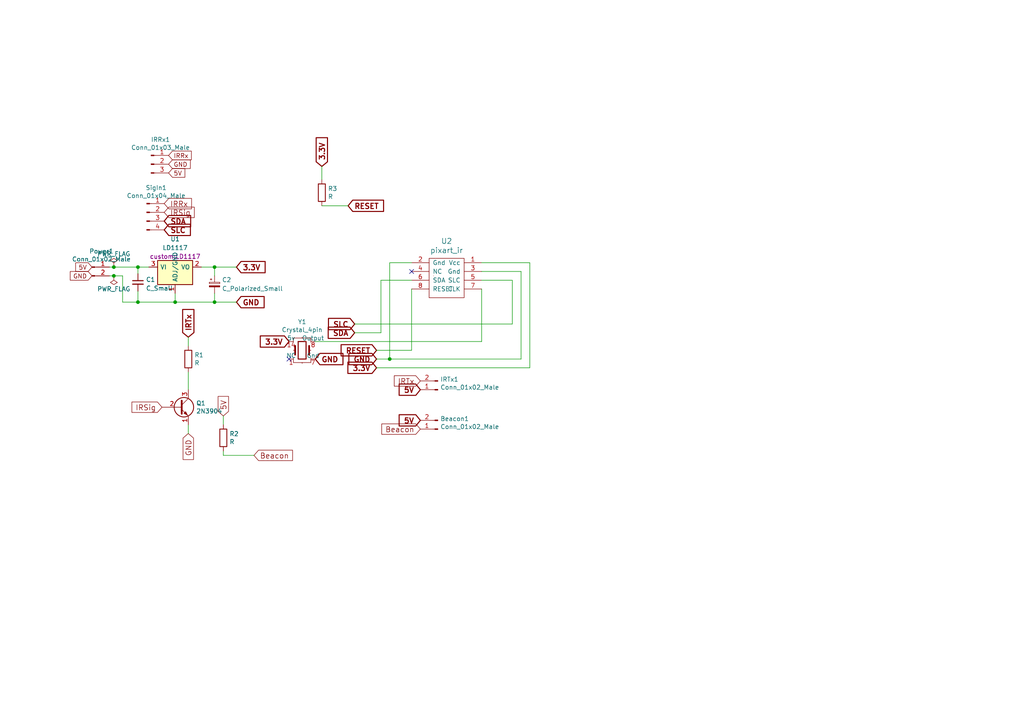
<source format=kicad_sch>
(kicad_sch (version 20211123) (generator eeschema)
  (paper "A4")
  (lib_symbols
    (symbol "Device:C_Polarized_Small" (pin_numbers hide) (pin_names (offset 0.254) hide)
      (property "Reference" "C" (at 0.254 1.778 0))
      (property "Value" "C_Polarized_Small" (at 0.254 -2.032 0))
      (symbol "C_Polarized_Small_0_1"
        (rectangle (start -1.524 -0.3048) (end 1.524 -0.6858) (fill (type outline)))
        (rectangle (start -1.524 0.6858) (end 1.524 0.3048))
        (polyline (pts (xy -1.27 1.524) (xy -0.762 1.524)))
        (polyline (pts (xy -1.016 1.27) (xy -1.016 1.778)))
      )
      (symbol "C_Polarized_Small_1_1"
        (pin passive line (at 0 2.54 270) (length 1.8542) (name "~") (number "1"))
        (pin passive line (at 0 -2.54 90) (length 1.8542) (name "~") (number "2"))
      )
    )
    (symbol "Device:C_Small" (pin_numbers hide) (pin_names (offset 0.254) hide)
      (property "Reference" "C" (at 0.254 1.778 0))
      (property "Value" "C_Small" (at 0.254 -2.032 0))
      (symbol "C_Small_0_1"
        (polyline (pts (xy -1.524 -0.508) (xy 1.524 -0.508)) (stroke (width 0.3302)))
        (polyline (pts (xy -1.524 0.508) (xy 1.524 0.508)) (stroke (width 0.3048)))
      )
      (symbol "C_Small_1_1"
        (pin passive line (at 0 2.54 270) (length 2.032) (name "~") (number "1"))
        (pin passive line (at 0 -2.54 90) (length 2.032) (name "~") (number "2"))
      )
    )
    (symbol "custom:2N3904" (pin_names (offset 0) hide)
      (property "Reference" "Q" (at 5.08 1.905 0))
      (property "Value" "2N3904" (at 5.08 0 0))
      (symbol "2N3904_0_1"
        (polyline (pts (xy 0.635 0.635) (xy 2.54 2.54)))
        (polyline (pts (xy 0.635 -0.635) (xy 2.54 -2.54) (xy 2.54 -2.54)))
        (polyline (pts (xy 0.635 1.905) (xy 0.635 -1.905) (xy 0.635 -1.905)) (stroke (width 0.508)))
        (polyline (pts (xy 1.27 -1.778) (xy 1.778 -1.27) (xy 2.286 -2.286) (xy 1.27 -1.778) (xy 1.27 -1.778)) (fill (type outline)))
        (circle (center 1.27 0) (radius 2.8194) (stroke (width 0.254)))
      )
      (symbol "2N3904_1_1"
        (pin passive line (at 2.54 -5.08 90) (length 2.54) (name "E") (number "1"))
        (pin passive line (at -5.08 0 0) (length 5.715) (name "B") (number "2"))
        (pin passive line (at 2.54 5.08 270) (length 2.54) (name "C") (number "3"))
      )
    )
    (symbol "custom:Conn_01x02_Male" (pin_names (offset 1.016) hide)
      (property "Reference" "J" (at 0 2.54 0))
      (property "Value" "Conn_01x02_Male" (at 0 -5.08 0))
      (symbol "Conn_01x02_Male_1_1"
        (polyline (pts (xy 1.27 -2.54) (xy 0.8636 -2.54)) (stroke (width 0.1524)))
        (polyline (pts (xy 1.27 0) (xy 0.8636 0)) (stroke (width 0.1524)))
        (rectangle (start 0.8636 -2.413) (end 0 -2.667) (stroke (width 0.1524)) (fill (type outline)))
        (rectangle (start 0.8636 0.127) (end 0 -0.127) (stroke (width 0.1524)) (fill (type outline)))
        (pin passive line (at 5.08 0 180) (length 3.81) (name "Pin_1") (number "1"))
        (pin passive line (at 5.08 -2.54 180) (length 3.81) (name "Pin_2") (number "2"))
      )
    )
    (symbol "custom:Conn_01x03_Male" (pin_names (offset 1.016) hide)
      (property "Reference" "J" (at 0 5.08 0))
      (property "Value" "Conn_01x03_Male" (at 0 -5.08 0))
      (symbol "Conn_01x03_Male_1_1"
        (polyline (pts (xy 1.27 -2.54) (xy 0.8636 -2.54)) (stroke (width 0.1524)))
        (polyline (pts (xy 1.27 0) (xy 0.8636 0)) (stroke (width 0.1524)))
        (polyline (pts (xy 1.27 2.54) (xy 0.8636 2.54)) (stroke (width 0.1524)))
        (rectangle (start 0.8636 -2.413) (end 0 -2.667) (stroke (width 0.1524)) (fill (type outline)))
        (rectangle (start 0.8636 0.127) (end 0 -0.127) (stroke (width 0.1524)) (fill (type outline)))
        (rectangle (start 0.8636 2.667) (end 0 2.413) (stroke (width 0.1524)) (fill (type outline)))
        (pin passive line (at 5.08 2.54 180) (length 3.81) (name "Pin_1") (number "1"))
        (pin passive line (at 5.08 0 180) (length 3.81) (name "Pin_2") (number "2"))
        (pin passive line (at 5.08 -2.54 180) (length 3.81) (name "Pin_3") (number "3"))
      )
    )
    (symbol "custom:Conn_01x04_Male" (pin_names (offset 1.016) hide)
      (property "Reference" "J" (at 0 5.08 0))
      (property "Value" "Conn_01x04_Male" (at 0 -7.62 0))
      (symbol "Conn_01x04_Male_1_1"
        (polyline (pts (xy 1.27 -5.08) (xy 0.8636 -5.08)) (stroke (width 0.1524)))
        (polyline (pts (xy 1.27 -2.54) (xy 0.8636 -2.54)) (stroke (width 0.1524)))
        (polyline (pts (xy 1.27 0) (xy 0.8636 0)) (stroke (width 0.1524)))
        (polyline (pts (xy 1.27 2.54) (xy 0.8636 2.54)) (stroke (width 0.1524)))
        (rectangle (start 0.8636 -4.953) (end 0 -5.207) (stroke (width 0.1524)) (fill (type outline)))
        (rectangle (start 0.8636 -2.413) (end 0 -2.667) (stroke (width 0.1524)) (fill (type outline)))
        (rectangle (start 0.8636 0.127) (end 0 -0.127) (stroke (width 0.1524)) (fill (type outline)))
        (rectangle (start 0.8636 2.667) (end 0 2.413) (stroke (width 0.1524)) (fill (type outline)))
        (pin passive line (at 5.08 2.54 180) (length 3.81) (name "Pin_1") (number "1"))
        (pin passive line (at 5.08 0 180) (length 3.81) (name "Pin_2") (number "2"))
        (pin passive line (at 5.08 -2.54 180) (length 3.81) (name "Pin_3") (number "3"))
        (pin passive line (at 5.08 -5.08 180) (length 3.81) (name "Pin_4") (number "4"))
      )
    )
    (symbol "custom:Crystal_4pin" (pin_names (offset 0))
      (property "Reference" "Y" (at 3.175 5.08 0))
      (property "Value" "Crystal_4pin" (at -1.27 -5.08 0))
      (symbol "Crystal_4pin_0_1"
        (rectangle (start -1.143 2.54) (end 1.143 -2.54) (stroke (width 0.3048)))
        (polyline (pts (xy -2.54 0) (xy -2.032 0)))
        (polyline (pts (xy -2.032 -1.27) (xy -2.032 1.27)) (stroke (width 0.508)))
        (polyline (pts (xy 0 -3.81) (xy 0 -3.556)))
        (polyline (pts (xy 0 3.556) (xy 0 3.81)))
        (polyline (pts (xy 2.032 -1.27) (xy 2.032 1.27)) (stroke (width 0.508)))
        (polyline (pts (xy 2.032 0) (xy 2.54 0)))
        (polyline (pts (xy -2.54 -2.286) (xy -2.54 -3.556) (xy 2.54 -3.556) (xy 2.54 -2.286)))
        (polyline (pts (xy -2.54 2.286) (xy -2.54 3.556) (xy 2.54 3.556) (xy 2.54 2.286)))
      )
      (symbol "Crystal_4pin_1_1"
        (pin passive line (at -3.81 -2.54 0) (length 1.27) (name "NC") (number "1"))
        (pin passive line (at -3.81 2.54 0) (length 1.27) (name "5v") (number "14"))
        (pin passive line (at 3.81 -2.54 180) (length 1.27) (name "Gnd") (number "7"))
        (pin passive line (at 3.81 2.54 180) (length 1.27) (name "Output") (number "8"))
      )
    )
    (symbol "custom:LD1117" (pin_names (offset 0.762))
      (property "Reference" "U" (at -3.81 3.175 0))
      (property "Value" "LD1117" (at 0 3.175 0))
      (property "Footprint" "custom:LD1117" (at 0 5.08 0))
      (symbol "LD1117_0_1"
        (rectangle (start -5.08 -5.08) (end 5.08 1.905) (stroke (width 0.254)) (fill (type background)))
      )
      (symbol "LD1117_1_1"
        (pin input line (at 0 -7.62 90) (length 2.54) (name "ADJ/GND") (number "1"))
        (pin power_out line (at 7.62 0 180) (length 2.54) (name "VO") (number "2"))
        (pin power_in line (at -7.62 0 0) (length 2.54) (name "VI") (number "3"))
      )
    )
    (symbol "custom:R" (pin_numbers hide) (pin_names (offset 0))
      (property "Reference" "R" (at 2.032 0 90))
      (property "Value" "R" (at 0 0 90))
      (symbol "R_0_1"
        (rectangle (start -1.016 -2.54) (end 1.016 2.54) (stroke (width 0.254)))
      )
      (symbol "R_1_1"
        (pin passive line (at 0 3.81 270) (length 1.27) (name "~") (number "1"))
        (pin passive line (at 0 -3.81 90) (length 1.27) (name "~") (number "2"))
      )
    )
    (symbol "custom:pixart_ir" (pin_names (offset 1.016))
      (property "Reference" "U" (at -8.89 3.81 0))
      (property "Value" "pixart_ir" (at -1.27 2.54 0))
      (symbol "pixart_ir_0_1"
        (rectangle (start -5.08 11.43) (end -5.08 11.43))
        (rectangle (start 3.81 5.08) (end -6.35 16.51))
      )
      (symbol "pixart_ir_1_1"
        (pin input line (at 8.89 15.24 180) (length 5.08) (name "Vcc") (number "1"))
        (pin input line (at -11.43 15.24 0) (length 5.08) (name "Gnd") (number "2"))
        (pin input line (at 8.89 12.7 180) (length 5.08) (name "Gnd") (number "3"))
        (pin input line (at -11.43 12.7 0) (length 5.08) (name "NC") (number "4"))
        (pin input line (at 8.89 10.16 180) (length 5.08) (name "SLC") (number "5"))
        (pin input line (at -11.43 10.16 0) (length 5.08) (name "SDA") (number "6"))
        (pin input line (at 8.89 7.62 180) (length 5.08) (name "CLK") (number "7"))
        (pin input line (at -11.43 7.62 0) (length 5.08) (name "RESET") (number "8"))
      )
    )
    (symbol "turret_board-rescue:PWR_FLAG-power" (power) (pin_numbers hide) (pin_names (offset 0) hide)
      (property "Value" "PWR_FLAG-power" (at 0 3.81 0))
      (symbol "PWR_FLAG-power_0_0"
        (pin power_out line (at 0 0 90) (length 0) (name "pwr") (number "1"))
      )
      (symbol "PWR_FLAG-power_0_1"
        (polyline (pts (xy 0 0) (xy 0 1.27) (xy -1.016 1.905) (xy 0 2.54) (xy 1.016 1.905) (xy 0 1.27)))
      )
    )
  )
  (junction (at 40.005 87.63))
  (junction (at 33.02 77.47))
  (junction (at 62.23 77.47))
  (junction (at 113.03 104.14))
  (junction (at 62.23 87.63))
  (junction (at 33.02 80.01))
  (junction (at 50.8 87.63))
  (junction (at 40.005 77.47))
  (no_connect (at 83.82 104.14))
  (no_connect (at 119.38 78.74))
  (wire (pts (xy 40.005 77.47) (xy 43.18 77.47)))
  (wire (pts (xy 33.02 77.47) (xy 40.005 77.47)))
  (wire (pts (xy 153.67 76.2) (xy 153.67 106.68)))
  (wire (pts (xy 50.8 85.09) (xy 50.8 87.63)))
  (wire (pts (xy 119.38 83.82) (xy 119.38 101.6)))
  (wire (pts (xy 64.77 132.08) (xy 73.66 132.08)))
  (wire (pts (xy 58.42 77.47) (xy 62.23 77.47)))
  (wire (pts (xy 62.23 87.63) (xy 68.58 87.63)))
  (wire (pts (xy 110.49 81.28) (xy 110.49 96.52)))
  (wire (pts (xy 151.13 78.74) (xy 151.13 104.14)))
  (wire (pts (xy 153.67 106.68) (xy 109.22 106.68)))
  (wire (pts (xy 139.7 81.28) (xy 148.59 81.28)))
  (wire (pts (xy 119.38 76.2) (xy 113.03 76.2)))
  (wire (pts (xy 109.22 104.14) (xy 113.03 104.14)))
  (wire (pts (xy 113.03 104.14) (xy 151.13 104.14)))
  (wire (pts (xy 64.77 130.81) (xy 64.77 132.08)))
  (wire (pts (xy 62.23 85.09) (xy 62.23 87.63)))
  (wire (pts (xy 40.005 84.455) (xy 40.005 87.63)))
  (wire (pts (xy 93.345 52.07) (xy 93.345 48.26)))
  (wire (pts (xy 102.87 93.98) (xy 148.59 93.98)))
  (wire (pts (xy 139.7 76.2) (xy 153.67 76.2)))
  (wire (pts (xy 62.23 77.47) (xy 68.58 77.47)))
  (wire (pts (xy 31.75 80.01) (xy 33.02 80.01)))
  (wire (pts (xy 54.61 100.33) (xy 54.61 97.79)))
  (wire (pts (xy 54.61 107.95) (xy 54.61 113.03)))
  (wire (pts (xy 148.59 81.28) (xy 148.59 93.98)))
  (wire (pts (xy 139.7 78.74) (xy 151.13 78.74)))
  (wire (pts (xy 102.87 96.52) (xy 110.49 96.52)))
  (wire (pts (xy 50.8 87.63) (xy 62.23 87.63)))
  (wire (pts (xy 62.23 77.47) (xy 62.23 80.01)))
  (wire (pts (xy 40.005 87.63) (xy 50.8 87.63)))
  (wire (pts (xy 35.56 80.01) (xy 35.56 87.63)))
  (wire (pts (xy 33.02 80.01) (xy 35.56 80.01)))
  (wire (pts (xy 139.7 83.82) (xy 139.7 99.06)))
  (wire (pts (xy 35.56 87.63) (xy 40.005 87.63)))
  (wire (pts (xy 119.38 81.28) (xy 110.49 81.28)))
  (wire (pts (xy 54.61 123.19) (xy 54.61 125.73)))
  (wire (pts (xy 31.75 77.47) (xy 33.02 77.47)))
  (wire (pts (xy 113.03 76.2) (xy 113.03 104.14)))
  (wire (pts (xy 91.44 99.06) (xy 139.7 99.06)))
  (wire (pts (xy 64.77 123.19) (xy 64.77 120.65)))
  (wire (pts (xy 93.345 59.69) (xy 100.965 59.69)))
  (wire (pts (xy 40.005 79.375) (xy 40.005 77.47)))
  (wire (pts (xy 119.38 101.6) (xy 109.22 101.6)))
  (global_label "IRTx" (shape input) (at 121.92 110.49 180) (effects (font (size 1.524 1.524))) (property "Intersheet References" "${INTERSHEET_REFS}" (effects hide)))
  (global_label "Beacon" (shape input) (at 121.92 124.46 180) (effects (font (size 1.524 1.524))) (property "Intersheet References" "${INTERSHEET_REFS}" (effects hide)))
  (global_label "IRTx" (shape input) (at 54.61 97.79 90) (effects (font (size 1.524 1.524) (thickness 0.3048) bold)) (property "Intersheet References" "${INTERSHEET_REFS}" (effects hide)))
  (global_label "3.3V" (shape input) (at 83.82 99.06 180) (effects (font (size 1.524 1.524) (thickness 0.3048) bold)) (property "Intersheet References" "${INTERSHEET_REFS}" (effects hide)))
  (global_label "5V" (shape input) (at 26.67 77.47 180) (property "Intersheet References" "${INTERSHEET_REFS}" (effects hide)))
  (global_label "IRRx" (shape input) (at 47.625 59.055 0) (effects (font (size 1.524 1.524))) (property "Intersheet References" "${INTERSHEET_REFS}" (effects hide)))
  (global_label "5V" (shape input) (at 48.895 50.165 0) (property "Intersheet References" "${INTERSHEET_REFS}" (effects hide)))
  (global_label "IRSig" (shape input) (at 47.625 61.595 0) (effects (font (size 1.524 1.524))) (property "Intersheet References" "${INTERSHEET_REFS}" (effects hide)))
  (global_label "5V" (shape input) (at 64.77 120.65 90) (effects (font (size 1.524 1.524))) (property "Intersheet References" "${INTERSHEET_REFS}" (effects hide)))
  (global_label "GND" (shape input) (at 109.22 104.14 180) (effects (font (size 1.524 1.524) (thickness 0.3048) bold)) (property "Intersheet References" "${INTERSHEET_REFS}" (effects hide)))
  (global_label "IRRx" (shape input) (at 48.895 45.085 0) (property "Intersheet References" "${INTERSHEET_REFS}" (effects hide)))
  (global_label "SLC" (shape input) (at 47.625 66.675 0) (effects (font (size 1.524 1.524) (thickness 0.3048) bold)) (property "Intersheet References" "${INTERSHEET_REFS}" (effects hide)))
  (global_label "RESET" (shape input) (at 100.965 59.69 0) (effects (font (size 1.524 1.524) (thickness 0.3048) bold)) (property "Intersheet References" "${INTERSHEET_REFS}" (effects hide)))
  (global_label "SDA" (shape input) (at 102.87 96.52 180) (effects (font (size 1.524 1.524) (thickness 0.3048) bold)) (property "Intersheet References" "${INTERSHEET_REFS}" (effects hide)))
  (global_label "SLC" (shape input) (at 102.87 93.98 180) (effects (font (size 1.524 1.524) (thickness 0.3048) bold)) (property "Intersheet References" "${INTERSHEET_REFS}" (effects hide)))
  (global_label "GND" (shape input) (at 68.58 87.63 0) (effects (font (size 1.524 1.524) (thickness 0.3048) bold)) (property "Intersheet References" "${INTERSHEET_REFS}" (effects hide)))
  (global_label "Beacon" (shape input) (at 73.66 132.08 0) (effects (font (size 1.524 1.524))) (property "Intersheet References" "${INTERSHEET_REFS}" (effects hide)))
  (global_label "GND" (shape input) (at 26.67 80.01 180) (property "Intersheet References" "${INTERSHEET_REFS}" (effects hide)))
  (global_label "3.3V" (shape input) (at 109.22 106.68 180) (effects (font (size 1.524 1.524) (thickness 0.3048) bold)) (property "Intersheet References" "${INTERSHEET_REFS}" (effects hide)))
  (global_label "GND" (shape input) (at 91.44 104.14 0) (effects (font (size 1.524 1.524) (thickness 0.3048) bold)) (property "Intersheet References" "${INTERSHEET_REFS}" (effects hide)))
  (global_label "3.3V" (shape input) (at 93.345 48.26 90) (effects (font (size 1.524 1.524) (thickness 0.3048) bold)) (property "Intersheet References" "${INTERSHEET_REFS}" (effects hide)))
  (global_label "SDA" (shape input) (at 47.625 64.135 0) (effects (font (size 1.524 1.524) (thickness 0.3048) bold)) (property "Intersheet References" "${INTERSHEET_REFS}" (effects hide)))
  (global_label "RESET" (shape input) (at 109.22 101.6 180) (effects (font (size 1.524 1.524) (thickness 0.3048) bold)) (property "Intersheet References" "${INTERSHEET_REFS}" (effects hide)))
  (global_label "IRSig" (shape input) (at 46.99 118.11 180) (effects (font (size 1.524 1.524))) (property "Intersheet References" "${INTERSHEET_REFS}" (effects hide)))
  (global_label "GND" (shape input) (at 48.895 47.625 0) (property "Intersheet References" "${INTERSHEET_REFS}" (effects hide)))
  (global_label "5V" (shape input) (at 121.92 121.92 180) (effects (font (size 1.524 1.524) (thickness 0.3048) bold)) (property "Intersheet References" "${INTERSHEET_REFS}" (effects hide)))
  (global_label "5V" (shape input) (at 121.92 113.03 180) (effects (font (size 1.524 1.524) (thickness 0.3048) bold)) (property "Intersheet References" "${INTERSHEET_REFS}" (effects hide)))
  (global_label "GND" (shape input) (at 54.61 125.73 270) (effects (font (size 1.524 1.524))) (property "Intersheet References" "${INTERSHEET_REFS}" (effects hide)))
  (global_label "3.3V" (shape input) (at 68.58 77.47 0) (effects (font (size 1.524 1.524) (thickness 0.3048) bold)) (property "Intersheet References" "${INTERSHEET_REFS}" (effects hide)))
  (symbol (lib_id "turret_board-rescue:PWR_FLAG-power") (at 33.02 80.01 180) (unit 1)
    (property "Reference" "#FLG02" (effects hide))
    (property "Value" "PWR_FLAG" (at 33.02 83.82 0))
  )
  (symbol (lib_id "turret_board-rescue:PWR_FLAG-power") (at 33.02 77.47 0) (unit 1)
    (property "Reference" "#FLG01" (effects hide))
    (property "Value" "PWR_FLAG" (at 33.02 73.66 0))
  )
  (symbol (lib_id "custom:Conn_01x02_Male") (at 26.67 77.47 0) (unit 1)
    (property "Reference" "Power1" (at 29.4132 72.8726 0))
    (property "Value" "Conn_01x02_Male" (at 29.4132 75.184 0))
    (property "Footprint" "custom:JST_EH_B2B-EH-A_1x02_P2.50mm_Vertical" (effects hide))
  )
  (symbol (lib_id "custom:Conn_01x04_Male") (at 42.545 61.595 0) (unit 1)
    (property "Reference" "SigIn1" (at 45.2882 54.4576 0))
    (property "Value" "Conn_01x04_Male" (at 45.2882 56.769 0))
    (property "Footprint" "custom:JST_EH_B4B-EH-A_1x04_P2.50mm_Vertical" (effects hide))
  )
  (symbol (lib_id "custom:Conn_01x03_Male") (at 43.815 47.625 0) (unit 1)
    (property "Reference" "IRRx1" (at 46.5582 40.4876 0))
    (property "Value" "Conn_01x03_Male" (at 46.5582 42.799 0))
    (property "Footprint" "custom:JST_EH_B3B-EH-A_1x03_P2.50mm_Vertical" (effects hide))
  )
  (symbol (lib_id "custom:R") (at 93.345 55.88 0) (unit 1)
    (property "Reference" "R3" (at 95.123 54.7116 0) (effects (justify left)))
    (property "Value" "R" (at 95.123 57.023 0) (effects (justify left)))
    (property "Footprint" "custom:R_Axial_DIN0207_L6.3mm_D2.5mm_P7.62mm_Horizontal" (effects hide))
  )
  (symbol (lib_id "custom:pixart_ir") (at 130.81 91.44 0) (unit 1)
    (property "Reference" "U2" (at 129.54 69.9262 0) (effects (font (size 1.524 1.524))))
    (property "Value" "pixart_ir" (at 129.54 72.6186 0) (effects (font (size 1.524 1.524))))
    (property "Footprint" "custom:pixart_ir" (effects hide))
  )
  (symbol (lib_id "custom:Conn_01x02_Male") (at 127 113.03 180) (unit 1)
    (property "Reference" "IRTx1" (at 127.7112 110.0328 0) (effects (justify right)))
    (property "Value" "Conn_01x02_Male" (at 127.7112 112.3442 0) (effects (justify right)))
    (property "Footprint" "custom:JST_EH_B2B-EH-A_1x02_P2.50mm_Vertical" (effects hide))
  )
  (symbol (lib_id "custom:Conn_01x02_Male") (at 127 124.46 180) (unit 1)
    (property "Reference" "Beacon1" (at 127.7112 121.4628 0) (effects (justify right)))
    (property "Value" "Conn_01x02_Male" (at 127.7112 123.7742 0) (effects (justify right)))
    (property "Footprint" "custom:JST_EH_B2B-EH-A_1x02_P2.50mm_Vertical" (effects hide))
  )
  (symbol (lib_id "custom:Crystal_4pin") (at 87.63 101.6 0) (unit 1)
    (property "Reference" "Y1" (at 87.63 93.345 0))
    (property "Value" "Crystal_4pin" (at 87.63 95.6564 0))
    (property "Footprint" "custom:ECS-100AX" (effects hide))
  )
  (symbol (lib_id "custom:2N3904") (at 52.07 118.11 0) (unit 1)
    (property "Reference" "Q1" (at 56.896 116.9416 0) (effects (justify left)))
    (property "Value" "2N3904" (at 56.896 119.253 0) (effects (justify left)))
    (property "Footprint" "custom:TO-92" (effects hide))
  )
  (symbol (lib_id "custom:R") (at 64.77 127 0) (unit 1)
    (property "Reference" "R2" (at 66.548 125.8316 0) (effects (justify left)))
    (property "Value" "R" (at 66.548 128.143 0) (effects (justify left)))
    (property "Footprint" "custom:R_Axial_DIN0207_L6.3mm_D2.5mm_P7.62mm_Horizontal" (effects hide))
  )
  (symbol (lib_id "custom:R") (at 54.61 104.14 0) (unit 1)
    (property "Reference" "R1" (at 56.388 102.9716 0) (effects (justify left)))
    (property "Value" "R" (at 56.388 105.283 0) (effects (justify left)))
    (property "Footprint" "custom:R_Axial_DIN0207_L6.3mm_D2.5mm_P7.62mm_Horizontal" (effects hide))
  )
  (symbol (lib_id "Device:C_Small") (at 40.005 81.915 0) (unit 1)
    (property "Reference" "C1" (at 42.3291 81.0866 0) (effects (justify left)))
    (property "Value" "C_Small" (at 42.3291 83.6235 0) (effects (justify left)))
    (property "Footprint" "Capacitor_THT:CP_Radial_D4.0mm_P2.00mm" (effects hide))
  )
  (symbol (lib_id "Device:C_Polarized_Small") (at 62.23 82.55 0) (unit 1)
    (property "Reference" "C2" (at 64.389 81.1692 0) (effects (justify left)))
    (property "Value" "C_Polarized_Small" (at 64.389 83.7061 0) (effects (justify left)))
    (property "Footprint" "Capacitor_THT:C_Disc_D4.7mm_W2.5mm_P5.00mm" (effects hide))
  )
  (symbol (lib_id "custom:LD1117") (at 50.8 77.47 0) (unit 1)
    (property "Reference" "U1" (at 50.8 69.3284 0))
    (property "Value" "LD1117" (at 50.8 71.8653 0))
    (property "Footprint" "custom:LD1117" (at 50.8 74.4022 0))
  )
)
</source>
